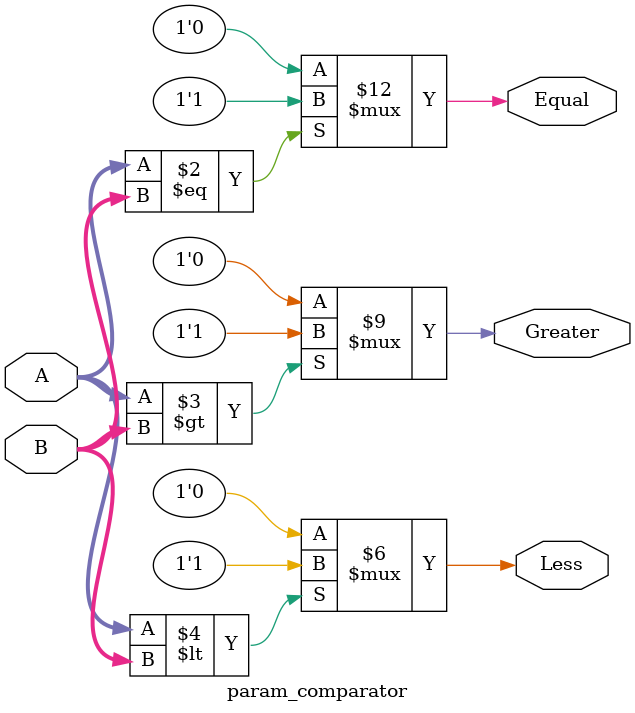
<source format=v>
module param_comparator #(
    parameter WIDTH = 8
)(
    input [WIDTH-1:0] A,
    input [WIDTH-1:0] B,
    output reg Equal,
    output reg Greater,
    output reg Less
);
    always @(*) begin
        if (A == B)
            Equal <= 1'b1;
        else
            Equal <= 1'b0;

        if (A > B)
            Greater <= 1'b1;
        else
            Greater <= 1'b0;

        if (A < B)
            Less <= 1'b1;
        else
            Less <= 1'b0;
    end
endmodule
</source>
